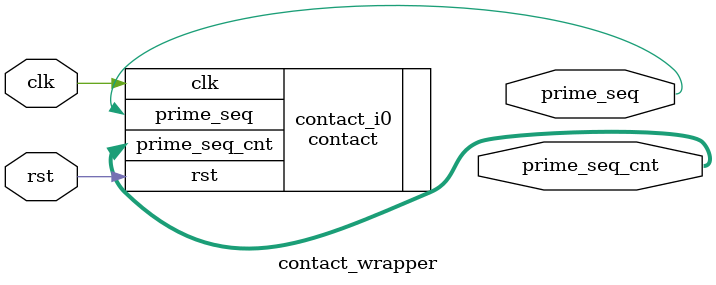
<source format=v>
module contact_wrapper #(
  parameter integer       PULSE_LEN_COUNT         = 32'h007A_1200,
  parameter integer       INTER_PRIME_GAP         = 32'h00F4_2400,
  parameter integer       INTER_SEQUENCE_GAP      = 32'h01E8_4800,
  parameter               RESET_POLARITY          = 1'b1,
  parameter               ILA_CONTACT_DEBUG       = 1'b0
)
(
  input   wire            clk,
  input   wire            rst,
  output  wire            prime_seq,
  output  wire [31:0]     prime_seq_cnt
);

  contact #(
    .PULSE_LEN_COUNT      (PULSE_LEN_COUNT),
    .INTER_PRIME_GAP      (INTER_PRIME_GAP),
    .INTER_SEQUENCE_GAP   (INTER_SEQUENCE_GAP),
    .RESET_POLARITY       (RESET_POLARITY),
    .ILA_CONTACT_DEBUG    (ILA_CONTACT_DEBUG)
  )
  contact_i0 (
    .clk                  (clk),
    .rst                  (rst),
    .prime_seq            (prime_seq),
    .prime_seq_cnt        (prime_seq_cnt)
  );

endmodule  // contact_wrapper

</source>
